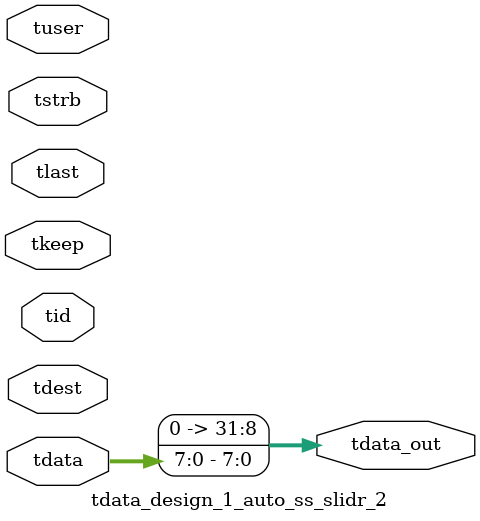
<source format=v>


`timescale 1ps/1ps

module tdata_design_1_auto_ss_slidr_2 #
(
parameter C_S_AXIS_TDATA_WIDTH = 32,
parameter C_S_AXIS_TUSER_WIDTH = 0,
parameter C_S_AXIS_TID_WIDTH   = 0,
parameter C_S_AXIS_TDEST_WIDTH = 0,
parameter C_M_AXIS_TDATA_WIDTH = 32
)
(
input  [(C_S_AXIS_TDATA_WIDTH == 0 ? 1 : C_S_AXIS_TDATA_WIDTH)-1:0     ] tdata,
input  [(C_S_AXIS_TUSER_WIDTH == 0 ? 1 : C_S_AXIS_TUSER_WIDTH)-1:0     ] tuser,
input  [(C_S_AXIS_TID_WIDTH   == 0 ? 1 : C_S_AXIS_TID_WIDTH)-1:0       ] tid,
input  [(C_S_AXIS_TDEST_WIDTH == 0 ? 1 : C_S_AXIS_TDEST_WIDTH)-1:0     ] tdest,
input  [(C_S_AXIS_TDATA_WIDTH/8)-1:0 ] tkeep,
input  [(C_S_AXIS_TDATA_WIDTH/8)-1:0 ] tstrb,
input                                                                    tlast,
output [C_M_AXIS_TDATA_WIDTH-1:0] tdata_out
);

assign tdata_out = {tdata[7:0]};

endmodule


</source>
